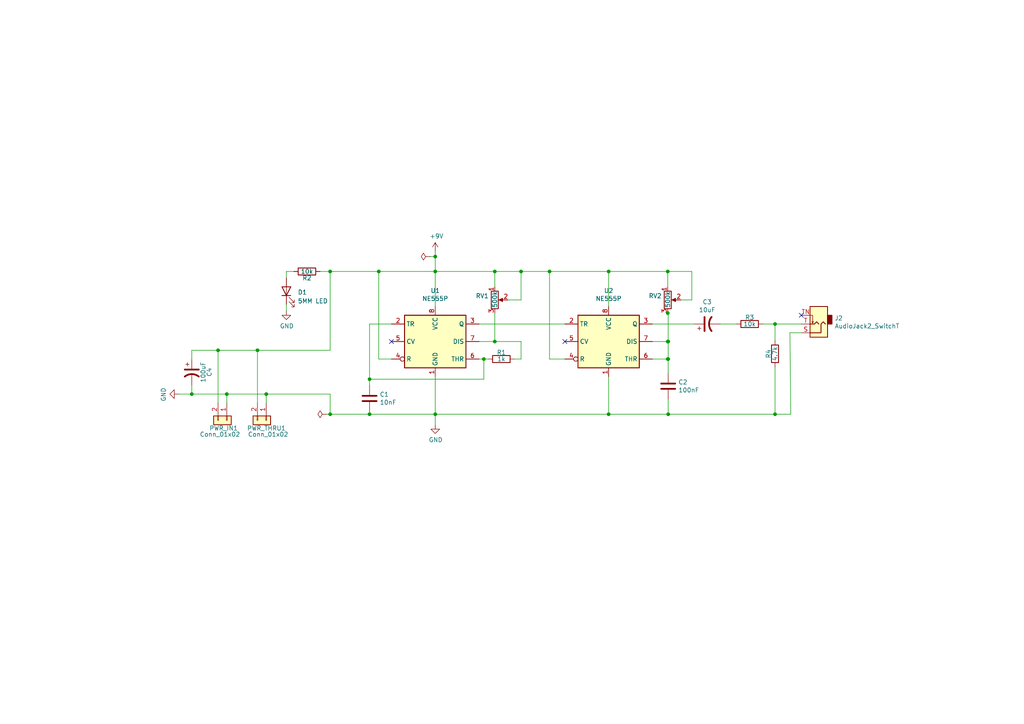
<source format=kicad_sch>
(kicad_sch (version 20211123) (generator eeschema)
  (paper "A4")
  (lib_symbols
    (symbol "BusinessCardOscillator-rescue:CP1-Device" (pin_numbers hide) (pin_names (offset 0.254) hide)
      (property "Reference" "C" (at 0.635 2.54 0))
      (property "Value" "CP1-Device" (at 0.635 -2.54 0))
      (symbol "CP1-Device_0_1"
        (polyline (pts (xy -2.032 0.762) (xy 2.032 0.762)) (stroke (width 0.508)))
        (polyline (pts (xy -1.778 2.286) (xy -0.762 2.286)))
        (polyline (pts (xy -1.27 1.778) (xy -1.27 2.794)))
        (arc (start 2.032 -1.27) (mid 0 -0.5572) (end -2.032 -1.27) (stroke (width 0.508)))
      )
      (symbol "CP1-Device_1_1"
        (pin passive line (at 0 3.81 270) (length 2.794) (name "~") (number "1"))
        (pin passive line (at 0 -3.81 90) (length 3.302) (name "~") (number "2"))
      )
    )
    (symbol "BusinessCardOscillator-rescue:R_POT-Device" (pin_names (offset 1.016) hide)
      (property "Reference" "RV" (at -4.445 0 90))
      (property "Value" "R_POT-Device" (at -2.54 0 90))
      (symbol "R_POT-Device_0_1"
        (polyline (pts (xy 2.54 0) (xy 1.524 0)))
        (polyline (pts (xy 1.143 0) (xy 2.286 0.508) (xy 2.286 -0.508) (xy 1.143 0)) (fill (type outline)))
        (rectangle (start 1.016 2.54) (end -1.016 -2.54) (stroke (width 0.254)))
      )
      (symbol "R_POT-Device_1_1"
        (pin passive line (at 0 3.81 270) (length 1.27) (name "1") (number "1"))
        (pin passive line (at 3.81 0 180) (length 1.27) (name "2") (number "2"))
        (pin passive line (at 0 -3.81 90) (length 1.27) (name "3") (number "3"))
      )
    )
    (symbol "Connector:AudioJack2_SwitchT"
      (property "Reference" "J" (at 0 8.89 0))
      (property "Value" "AudioJack2_SwitchT" (at 0 6.35 0))
      (symbol "AudioJack2_SwitchT_0_1"
        (rectangle (start -2.54 0) (end -3.81 -2.54) (stroke (width 0.254)) (fill (type outline)))
        (polyline (pts (xy 1.778 -0.254) (xy 2.032 -0.762)))
        (polyline (pts (xy 0 0) (xy 0.635 -0.635) (xy 1.27 0) (xy 2.54 0)) (stroke (width 0.254)))
        (polyline (pts (xy 2.54 -2.54) (xy 1.778 -2.54) (xy 1.778 -0.254) (xy 1.524 -0.762)))
        (polyline (pts (xy 2.54 2.54) (xy -0.635 2.54) (xy -0.635 0) (xy -1.27 -0.635) (xy -1.905 0)) (stroke (width 0.254)))
        (rectangle (start 2.54 3.81) (end -2.54 -5.08) (stroke (width 0.254)) (fill (type background)))
      )
      (symbol "AudioJack2_SwitchT_1_1"
        (pin passive line (at 5.08 2.54 180) (length 2.54) (name "~") (number "S"))
        (pin passive line (at 5.08 0 180) (length 2.54) (name "~") (number "T"))
        (pin passive line (at 5.08 -2.54 180) (length 2.54) (name "~") (number "TN"))
      )
    )
    (symbol "Connector_Generic:Conn_01x02" (pin_names (offset 1.016) hide)
      (property "Reference" "J" (at 0 2.54 0))
      (property "Value" "Conn_01x02" (at 0 -5.08 0))
      (symbol "Conn_01x02_1_1"
        (rectangle (start -1.27 -2.413) (end 0 -2.667) (stroke (width 0.1524)))
        (rectangle (start -1.27 0.127) (end 0 -0.127) (stroke (width 0.1524)))
        (rectangle (start -1.27 1.27) (end 1.27 -3.81) (stroke (width 0.254)) (fill (type background)))
        (pin passive line (at -5.08 0 0) (length 3.81) (name "Pin_1") (number "1"))
        (pin passive line (at -5.08 -2.54 0) (length 3.81) (name "Pin_2") (number "2"))
      )
    )
    (symbol "Device:C" (pin_numbers hide) (pin_names (offset 0.254))
      (property "Reference" "C" (at 0.635 2.54 0))
      (property "Value" "C" (at 0.635 -2.54 0))
      (symbol "C_0_1"
        (polyline (pts (xy -2.032 -0.762) (xy 2.032 -0.762)) (stroke (width 0.508)))
        (polyline (pts (xy -2.032 0.762) (xy 2.032 0.762)) (stroke (width 0.508)))
      )
      (symbol "C_1_1"
        (pin passive line (at 0 3.81 270) (length 2.794) (name "~") (number "1"))
        (pin passive line (at 0 -3.81 90) (length 2.794) (name "~") (number "2"))
      )
    )
    (symbol "Device:LED" (pin_numbers hide) (pin_names (offset 1.016) hide)
      (property "Reference" "D" (at 0 2.54 0))
      (property "Value" "LED" (at 0 -2.54 0))
      (symbol "LED_0_1"
        (polyline (pts (xy -1.27 -1.27) (xy -1.27 1.27)) (stroke (width 0.254)))
        (polyline (pts (xy -1.27 0) (xy 1.27 0)))
        (polyline (pts (xy 1.27 -1.27) (xy 1.27 1.27) (xy -1.27 0) (xy 1.27 -1.27)) (stroke (width 0.254)))
        (polyline (pts (xy -3.048 -0.762) (xy -4.572 -2.286) (xy -3.81 -2.286) (xy -4.572 -2.286) (xy -4.572 -1.524)))
        (polyline (pts (xy -1.778 -0.762) (xy -3.302 -2.286) (xy -2.54 -2.286) (xy -3.302 -2.286) (xy -3.302 -1.524)))
      )
      (symbol "LED_1_1"
        (pin passive line (at -3.81 0 0) (length 2.54) (name "K") (number "1"))
        (pin passive line (at 3.81 0 180) (length 2.54) (name "A") (number "2"))
      )
    )
    (symbol "Device:R" (pin_numbers hide) (pin_names (offset 0))
      (property "Reference" "R" (at 2.032 0 90))
      (property "Value" "R" (at 0 0 90))
      (symbol "R_0_1"
        (rectangle (start -1.016 -2.54) (end 1.016 2.54) (stroke (width 0.254)))
      )
      (symbol "R_1_1"
        (pin passive line (at 0 3.81 270) (length 1.27) (name "~") (number "1"))
        (pin passive line (at 0 -3.81 90) (length 1.27) (name "~") (number "2"))
      )
    )
    (symbol "Timer:NE555P"
      (property "Reference" "U" (at -10.16 8.89 0))
      (property "Value" "NE555P" (at 2.54 8.89 0))
      (symbol "NE555P_0_0"
        (pin power_in line (at 0 -10.16 90) (length 2.54) (name "GND") (number "1"))
        (pin power_in line (at 0 10.16 270) (length 2.54) (name "VCC") (number "8"))
      )
      (symbol "NE555P_0_1"
        (rectangle (start -8.89 -7.62) (end 8.89 7.62) (stroke (width 0.254)) (fill (type background)))
        (rectangle (start -8.89 -7.62) (end 8.89 7.62) (stroke (width 0.254)) (fill (type background)))
      )
      (symbol "NE555P_1_1"
        (pin input line (at -12.7 5.08 0) (length 3.81) (name "TR") (number "2"))
        (pin output line (at 12.7 5.08 180) (length 3.81) (name "Q") (number "3"))
        (pin input inverted (at -12.7 -5.08 0) (length 3.81) (name "R") (number "4"))
        (pin input line (at -12.7 0 0) (length 3.81) (name "CV") (number "5"))
        (pin input line (at 12.7 -5.08 180) (length 3.81) (name "THR") (number "6"))
        (pin input line (at 12.7 0 180) (length 3.81) (name "DIS") (number "7"))
      )
    )
    (symbol "power:+9V" (power) (pin_names (offset 0))
      (property "Value" "+9V" (at 0 3.556 0))
      (symbol "+9V_0_1"
        (polyline (pts (xy -0.762 1.27) (xy 0 2.54)))
        (polyline (pts (xy 0 0) (xy 0 2.54)))
        (polyline (pts (xy 0 2.54) (xy 0.762 1.27)))
      )
      (symbol "+9V_1_1"
        (pin power_in line (at 0 0 90) (length 0) hide (name "+9V") (number "1"))
      )
    )
    (symbol "power:GND" (power) (pin_names (offset 0))
      (property "Value" "GND" (at 0 -3.81 0))
      (symbol "GND_0_1"
        (polyline (pts (xy 0 0) (xy 0 -1.27) (xy 1.27 -1.27) (xy 0 -2.54) (xy -1.27 -1.27) (xy 0 -1.27)))
      )
      (symbol "GND_1_1"
        (pin power_in line (at 0 0 270) (length 0) hide (name "GND") (number "1"))
      )
    )
    (symbol "power:PWR_FLAG" (power) (pin_numbers hide) (pin_names (offset 0) hide)
      (property "Value" "PWR_FLAG" (at 0 3.81 0))
      (symbol "PWR_FLAG_0_0"
        (pin power_out line (at 0 0 90) (length 0) (name "pwr") (number "1"))
      )
      (symbol "PWR_FLAG_0_1"
        (polyline (pts (xy 0 0) (xy 0 1.27) (xy -1.016 1.905) (xy 0 2.54) (xy 1.016 1.905) (xy 0 1.27)))
      )
    )
  )
  (junction (at 109.855 78.74))
  (junction (at 107.188 109.982))
  (junction (at 193.802 99.06))
  (junction (at 151.13 78.74))
  (junction (at 143.51 99.06))
  (junction (at 224.79 120.142))
  (junction (at 193.675 99.06))
  (junction (at 74.676 101.6))
  (junction (at 65.786 114.3))
  (junction (at 126.238 78.74))
  (junction (at 193.675 104.14))
  (junction (at 193.675 78.74))
  (junction (at 176.53 120.142))
  (junction (at 176.53 78.74))
  (junction (at 55.626 114.3))
  (junction (at 107.188 120.142))
  (junction (at 140.335 104.14))
  (junction (at 193.802 120.142))
  (junction (at 95.758 120.142))
  (junction (at 224.79 93.98))
  (junction (at 126.238 120.142))
  (junction (at 95.758 78.74))
  (junction (at 193.802 104.14))
  (junction (at 63.246 101.6))
  (junction (at 159.385 78.74))
  (junction (at 143.51 78.74))
  (junction (at 193.675 90.805))
  (junction (at 77.216 114.3))
  (junction (at 126.238 74.422))
  (no_connect (at 163.83 99.06))
  (no_connect (at 113.538 99.06))
  (no_connect (at 232.41 91.44))
  (wire (pts (xy 224.79 93.98) (xy 221.234 93.98)))
  (wire (pts (xy 126.238 120.142) (xy 126.238 123.19)))
  (wire (pts (xy 141.605 104.14) (xy 140.335 104.14)))
  (wire (pts (xy 193.802 120.142) (xy 224.79 120.142)))
  (wire (pts (xy 113.538 104.14) (xy 109.855 104.14)))
  (wire (pts (xy 176.53 78.74) (xy 193.675 78.74)))
  (wire (pts (xy 113.538 93.98) (xy 107.188 93.98)))
  (wire (pts (xy 232.41 93.98) (xy 224.79 93.98)))
  (wire (pts (xy 109.855 78.74) (xy 95.758 78.74)))
  (wire (pts (xy 126.238 72.898) (xy 126.238 74.422)))
  (wire (pts (xy 229.108 96.52) (xy 229.362 120.142)))
  (wire (pts (xy 107.188 93.98) (xy 107.188 109.982)))
  (wire (pts (xy 63.246 101.6) (xy 74.676 101.6)))
  (wire (pts (xy 126.238 109.22) (xy 126.238 120.142)))
  (wire (pts (xy 159.385 104.14) (xy 159.385 78.74)))
  (wire (pts (xy 176.53 78.74) (xy 176.53 88.9)))
  (wire (pts (xy 151.13 104.14) (xy 151.13 99.06)))
  (wire (pts (xy 143.51 99.06) (xy 138.938 99.06)))
  (wire (pts (xy 193.802 99.06) (xy 193.802 104.14)))
  (wire (pts (xy 200.66 78.74) (xy 200.66 86.995)))
  (wire (pts (xy 143.51 78.74) (xy 126.238 78.74)))
  (wire (pts (xy 193.675 78.74) (xy 200.66 78.74)))
  (wire (pts (xy 126.238 120.142) (xy 176.53 120.142)))
  (wire (pts (xy 189.23 99.06) (xy 193.675 99.06)))
  (wire (pts (xy 143.51 90.805) (xy 143.51 99.06)))
  (wire (pts (xy 224.79 93.98) (xy 224.79 98.806)))
  (wire (pts (xy 77.216 114.3) (xy 95.758 114.3)))
  (wire (pts (xy 201.295 93.98) (xy 189.23 93.98)))
  (wire (pts (xy 193.802 90.805) (xy 193.802 99.06)))
  (wire (pts (xy 151.13 99.06) (xy 143.51 99.06)))
  (wire (pts (xy 55.626 114.3) (xy 51.816 114.3)))
  (wire (pts (xy 77.216 114.3) (xy 77.216 116.84)))
  (wire (pts (xy 176.53 120.142) (xy 176.53 109.22)))
  (wire (pts (xy 95.758 120.142) (xy 107.188 120.142)))
  (wire (pts (xy 143.51 78.74) (xy 151.13 78.74)))
  (wire (pts (xy 140.335 104.14) (xy 140.335 109.982)))
  (wire (pts (xy 95.758 78.74) (xy 95.758 101.6)))
  (wire (pts (xy 126.238 74.422) (xy 126.238 78.74)))
  (wire (pts (xy 65.786 114.3) (xy 65.786 116.84)))
  (wire (pts (xy 126.238 78.74) (xy 126.238 88.9)))
  (wire (pts (xy 63.246 101.6) (xy 63.246 116.84)))
  (wire (pts (xy 109.855 78.74) (xy 126.238 78.74)))
  (wire (pts (xy 83.058 78.74) (xy 83.058 80.645)))
  (wire (pts (xy 149.225 104.14) (xy 151.13 104.14)))
  (wire (pts (xy 151.13 78.74) (xy 151.13 86.995)))
  (wire (pts (xy 151.13 78.74) (xy 159.385 78.74)))
  (wire (pts (xy 95.758 114.3) (xy 95.758 120.142)))
  (wire (pts (xy 55.626 101.6) (xy 63.246 101.6)))
  (wire (pts (xy 193.802 120.142) (xy 176.53 120.142)))
  (wire (pts (xy 107.188 119.38) (xy 107.188 120.142)))
  (wire (pts (xy 140.335 104.14) (xy 138.938 104.14)))
  (wire (pts (xy 193.802 104.14) (xy 193.675 104.14)))
  (wire (pts (xy 213.614 93.98) (xy 208.915 93.98)))
  (wire (pts (xy 85.217 78.74) (xy 83.058 78.74)))
  (wire (pts (xy 151.13 86.995) (xy 147.32 86.995)))
  (wire (pts (xy 74.676 101.6) (xy 95.758 101.6)))
  (wire (pts (xy 94.742 120.142) (xy 95.758 120.142)))
  (wire (pts (xy 189.23 104.14) (xy 193.675 104.14)))
  (wire (pts (xy 193.802 99.06) (xy 193.675 99.06)))
  (wire (pts (xy 107.188 120.142) (xy 126.238 120.142)))
  (wire (pts (xy 55.626 101.6) (xy 55.626 104.14)))
  (wire (pts (xy 224.79 106.426) (xy 224.79 120.142)))
  (wire (pts (xy 200.66 86.995) (xy 197.485 86.995)))
  (wire (pts (xy 193.802 90.805) (xy 193.675 90.805)))
  (wire (pts (xy 83.058 88.265) (xy 83.058 90.17)))
  (wire (pts (xy 107.188 109.982) (xy 107.188 111.76)))
  (wire (pts (xy 138.938 93.98) (xy 163.83 93.98)))
  (wire (pts (xy 65.786 114.3) (xy 77.216 114.3)))
  (wire (pts (xy 229.362 120.142) (xy 224.79 120.142)))
  (wire (pts (xy 143.51 83.185) (xy 143.51 78.74)))
  (wire (pts (xy 55.626 111.76) (xy 55.626 114.3)))
  (wire (pts (xy 74.676 101.6) (xy 74.676 116.84)))
  (wire (pts (xy 124.714 74.422) (xy 126.238 74.422)))
  (wire (pts (xy 109.855 104.14) (xy 109.855 78.74)))
  (wire (pts (xy 193.675 78.74) (xy 193.675 83.185)))
  (wire (pts (xy 193.802 115.824) (xy 193.802 120.142)))
  (wire (pts (xy 163.83 104.14) (xy 159.385 104.14)))
  (wire (pts (xy 55.626 114.3) (xy 65.786 114.3)))
  (wire (pts (xy 92.837 78.74) (xy 95.758 78.74)))
  (wire (pts (xy 140.335 109.982) (xy 107.188 109.982)))
  (wire (pts (xy 159.385 78.74) (xy 176.53 78.74)))
  (wire (pts (xy 193.802 104.14) (xy 193.802 108.204)))
  (wire (pts (xy 232.41 96.52) (xy 229.108 96.52)))
  (symbol (lib_id "Device:R") (at 145.415 104.14 270) (unit 1)
    (property "Reference" "R1" (at 145.415 102.235 90))
    (property "Value" "1k" (at 145.415 104.14 90))
    (property "Footprint" "benjiaomodular:Resistor_L6.3mm_D2.5mm_P7.62mm_Horizontal" (effects hide))
    (property "Manufacturers Name" " KOA Speer" (effects hide))
    (property "Manufacturers Part Number" "MF1/4DCT26A1001F" (effects hide))
    (property "Type" "Through-hole" (effects hide))
  )
  (symbol (lib_id "power:GND") (at 126.238 123.19 0) (unit 1)
    (property "Reference" "#PWR02" (effects hide))
    (property "Value" "GND" (at 126.365 127.5842 0))
  )
  (symbol (lib_id "Device:C") (at 107.188 115.57 0) (unit 1)
    (property "Reference" "C1" (at 110.109 114.4016 0) (effects (justify left)))
    (property "Value" "10nF" (at 110.109 116.713 0) (effects (justify left)))
    (property "Footprint" "benjiaomodular:Capacitor_Rect_L7.2mm_W2.5mm_P5.00mm" (effects hide))
    (property "Manufacturers Name" "KEMET" (effects hide))
    (property "Manufacturers Part Number" "MMK5103K50J01L4BULK" (effects hide))
    (property "Part Description" "Film Capacitors 50volts 0.01uF 10% LS 5mm" (effects hide))
    (property "Type" "Through-hole" (effects hide))
  )
  (symbol (lib_id "power:+9V") (at 126.238 72.898 0) (unit 1)
    (property "Reference" "#PWR01" (effects hide))
    (property "Value" "+9V" (at 126.619 68.5038 0))
  )
  (symbol (lib_id "BusinessCardOscillator-rescue:R_POT-Device") (at 143.51 86.995 0) (unit 1)
    (property "Reference" "RV1" (at 141.7574 85.8266 0) (effects (justify right)))
    (property "Value" "500k" (at 143.51 84.455 90) (effects (justify right)))
    (property "Footprint" "benjiaomodular:Potentiometer_RV09" (effects hide))
    (property "Manufacturers Name" "Alpha (Taiwan) " (effects hide))
    (property "Manufacturers Part Number" "RV09AF-40-20K-B500K" (effects hide))
    (property "Type" "Through-hole" (effects hide))
  )
  (symbol (lib_id "Device:C") (at 193.802 112.014 0) (unit 1)
    (property "Reference" "C2" (at 196.723 110.8456 0) (effects (justify left)))
    (property "Value" "100nF" (at 196.723 113.157 0) (effects (justify left)))
    (property "Footprint" "benjiaomodular:Capacitor_Rect_L7.2mm_W2.5mm_P5.00mm" (effects hide))
    (property "Manufacturers Name" "KEMET" (effects hide))
    (property "Manufacturers Part Number" "MMK5104K50J01L4BULK" (effects hide))
    (property "Part Description" "Film Capacitors 50volts 0.1uF 10% LS 5mm" (effects hide))
    (property "Type" "Through-hole" (effects hide))
  )
  (symbol (lib_id "BusinessCardOscillator-rescue:R_POT-Device") (at 193.675 86.995 0) (unit 1)
    (property "Reference" "RV2" (at 191.9224 85.8266 0) (effects (justify right)))
    (property "Value" "500k" (at 193.675 84.455 90) (effects (justify right)))
    (property "Footprint" "benjiaomodular:Potentiometer_RV09" (effects hide))
    (property "Manufacturers Name" "Alpha (Taiwan) " (effects hide))
    (property "Manufacturers Part Number" "RV09AF-40-20K-B500K" (effects hide))
    (property "Type" "Through-hole" (effects hide))
  )
  (symbol (lib_id "BusinessCardOscillator-rescue:CP1-Device") (at 205.105 93.98 90) (unit 1)
    (property "Reference" "C3" (at 205.105 87.5792 90))
    (property "Value" "10uF" (at 205.105 89.8906 90))
    (property "Footprint" "benjiaomodular:Capacitor_Radial_D5.0mm_P2.5mm" (effects hide))
    (property "Manufacturers Name" "Nichicon" (effects hide))
    (property "Manufacturers Part Number" "UVR1E100MDD1TD" (effects hide))
    (property "Part Description" "Aluminum Electrolytic Capacitors - Radial Leaded 25volts 10uF" (effects hide))
    (property "Type" "Through-hole" (effects hide))
  )
  (symbol (lib_id "Connector:AudioJack2_SwitchT") (at 237.49 93.98 180) (unit 1)
    (property "Reference" "J2" (at 242.062 92.2782 0) (effects (justify right)))
    (property "Value" "AudioJack2_SwitchT" (at 242.062 94.5896 0) (effects (justify right)))
    (property "Footprint" "benjiaomodular:AudioJack_3.5mm" (effects hide))
    (property "Manufacturers Name" "Tayda Electronics" (effects hide))
    (property "Manufacturers Part Number" "PJ-3001F" (effects hide))
    (property "Type" "Through-hole" (effects hide))
  )
  (symbol (lib_id "power:PWR_FLAG") (at 124.714 74.422 90) (unit 1)
    (property "Reference" "#FLG0101" (effects hide))
    (property "Value" "PWR_FLAG" (effects hide))
  )
  (symbol (lib_id "power:PWR_FLAG") (at 94.742 120.142 90) (unit 1)
    (property "Reference" "#FLG0102" (effects hide))
    (property "Value" "PWR_FLAG" (effects hide))
  )
  (symbol (lib_id "Timer:NE555P") (at 126.238 99.06 0) (unit 1)
    (property "Reference" "U1" (at 126.238 84.3026 0))
    (property "Value" "NE555P" (at 126.238 86.614 0))
    (property "Footprint" "Package_DIP:DIP-8_W7.62mm" (effects hide))
    (property "Datasheet" "http://www.ti.com/lit/ds/symlink/ne555.pdf" (effects hide))
    (property "Manufacturers Name" "Texas Instruments" (effects hide))
    (property "Manufacturers Part Number" "NE555P" (effects hide))
    (property "Package" "PDIP-8" (effects hide))
    (property "Part Description" "Timers & Support Products " (effects hide))
    (property "Type" "Through-hole" (effects hide))
  )
  (symbol (lib_id "Timer:NE555P") (at 176.53 99.06 0) (unit 1)
    (property "Reference" "U2" (at 176.53 84.3026 0))
    (property "Value" "NE555P" (at 176.53 86.614 0))
    (property "Footprint" "Package_DIP:DIP-8_W7.62mm" (effects hide))
    (property "Datasheet" "http://www.ti.com/lit/ds/symlink/ne555.pdf" (effects hide))
    (property "Manufacturers Name" "Texas Instruments" (effects hide))
    (property "Manufacturers Part Number" "NE555P" (effects hide))
    (property "Package" "PDIP-8" (effects hide))
    (property "Part Description" "Timers & Support Products " (effects hide))
    (property "Type" "Through-hole" (effects hide))
  )
  (symbol (lib_id "Device:R") (at 89.027 78.74 90) (unit 1)
    (property "Reference" "R2" (at 89.027 80.645 90))
    (property "Value" "10k" (at 89.027 78.74 90))
    (property "Footprint" "benjiaomodular:Resistor_L6.3mm_D2.5mm_P7.62mm_Horizontal" (effects hide))
    (property "Manufacturers Name" " KOA Speer" (effects hide))
    (property "Manufacturers Part Number" "MF1/4DC1002F" (effects hide))
    (property "Type" "Through-hole" (effects hide))
  )
  (symbol (lib_id "BusinessCardOscillator-rescue:CP1-Device") (at 55.626 107.95 0) (unit 1)
    (property "Reference" "C4" (at 60.706 107.95 90))
    (property "Value" "100uF" (at 58.928 107.95 90))
    (property "Footprint" "benjiaomodular:Capacitor_Radial_D5.0mm_P2.5mm" (effects hide))
    (property "Manufacturers Name" "Nichicon" (effects hide))
    (property "Manufacturers Part Number" "UVR1E100MDD1TD" (effects hide))
    (property "Part Description" "Aluminum Electrolytic Capacitors - Radial Leaded 25volts 10uF" (effects hide))
    (property "Type" "Through-hole" (effects hide))
  )
  (symbol (lib_id "power:GND") (at 83.058 90.17 0) (unit 1)
    (property "Reference" "#PWR03" (effects hide))
    (property "Value" "GND" (at 83.185 94.5642 0))
  )
  (symbol (lib_id "Device:LED") (at 83.058 84.455 90) (unit 1)
    (property "Reference" "D1" (at 86.36 84.7724 90) (effects (justify right)))
    (property "Value" "5MM LED" (at 86.36 87.3124 90) (effects (justify right)))
    (property "Footprint" "LED_THT:LED_D5.0mm" (effects hide))
    (property "Type" "Through-hole" (effects hide))
  )
  (symbol (lib_id "Device:R") (at 217.424 93.98 270) (unit 1)
    (property "Reference" "R3" (at 217.424 92.075 90))
    (property "Value" "10k" (at 217.424 93.98 90))
    (property "Footprint" "benjiaomodular:Resistor_L6.3mm_D2.5mm_P7.62mm_Horizontal" (effects hide))
    (property "Manufacturers Name" " KOA Speer" (effects hide))
    (property "Manufacturers Part Number" "MF1/4DCT26A1001F" (effects hide))
    (property "Type" "Through-hole" (effects hide))
  )
  (symbol (lib_id "Connector_Generic:Conn_01x02") (at 65.786 121.92 270) (unit 1)
    (property "Reference" "PWR_IN1" (at 60.706 124.206 90) (effects (justify left)))
    (property "Value" "Conn_01x02" (at 57.912 125.984 90) (effects (justify left)))
    (property "Footprint" "Connector_PinSocket_2.54mm:PinSocket_1x02_P2.54mm_Vertical" (effects hide))
  )
  (symbol (lib_id "Connector_Generic:Conn_01x02") (at 77.216 121.92 270) (unit 1)
    (property "Reference" "PWR_THRU1" (at 71.628 124.206 90) (effects (justify left)))
    (property "Value" "Conn_01x02" (at 71.882 125.984 90) (effects (justify left)))
    (property "Footprint" "Connector_PinSocket_2.54mm:PinSocket_1x02_P2.54mm_Vertical" (effects hide))
  )
  (symbol (lib_id "Device:R") (at 224.79 102.616 0) (unit 1)
    (property "Reference" "R4" (at 222.885 102.616 90))
    (property "Value" "4.7k" (at 224.79 102.616 90))
    (property "Footprint" "benjiaomodular:Resistor_L6.3mm_D2.5mm_P7.62mm_Horizontal" (effects hide))
    (property "Manufacturers Name" " KOA Speer" (effects hide))
    (property "Manufacturers Part Number" "MF1/4DCT26A1001F" (effects hide))
    (property "Type" "Through-hole" (effects hide))
  )
  (symbol (lib_id "power:GND") (at 51.816 114.3 270) (unit 1)
    (property "Reference" "#PWR05" (effects hide))
    (property "Value" "GND" (at 47.4218 114.427 0))
  )
)
</source>
